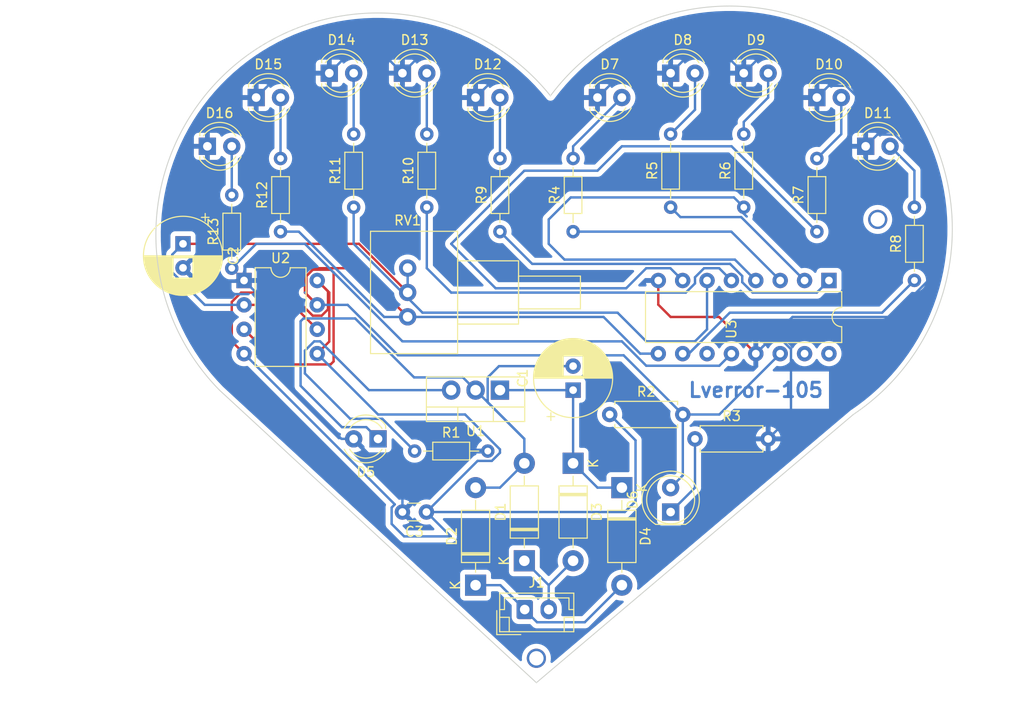
<source format=kicad_pcb>
(kicad_pcb (version 20211014) (generator pcbnew)
  (layers (0 "F.Cu" signal) (31 "B.Cu" signal) (34 "B.Paste" user) (35 "F.Paste" user) (36 "B.SilkS" user "B.Silkscreen") (37 "F.SilkS" user "F.Silkscreen") (38 "B.Mask" user) (39 "F.Mask" user) (44 "Edge.Cuts" user))
  (net 0 "")
  (net 1 "Net-(C1-Pad1)")
  (net 2 "Net-(C1-Pad2)")
  (net 3 "Net-(C2-Pad1)")
  (net 4 "GND1")
  (net 5 "Net-(C3-Pad1)")
  (net 6 "Net-(D1-Pad1)")
  (net 7 "Net-(D2-Pad1)")
  (net 8 "Net-(D6-Pad1)")
  (net 9 "Net-(D6-Pad2)")
  (net 10 "Net-(D7-Pad2)")
  (net 11 "Net-(D8-Pad2)")
  (net 12 "Net-(D9-Pad2)")
  (net 13 "Net-(D10-Pad2)")
  (net 14 "Net-(D11-Pad2)")
  (net 15 "Net-(D12-Pad2)")
  (net 16 "Net-(D13-Pad2)")
  (net 17 "Net-(D14-Pad2)")
  (net 18 "Net-(D15-Pad2)")
  (net 19 "Net-(D16-Pad2)")
  (net 20 "+12V")
  (net 21 "Net-(R4-Pad1)")
  (net 22 "Net-(R5-Pad1)")
  (net 23 "Net-(R6-Pad1)")
  (net 24 "Net-(R7-Pad1)")
  (net 25 "Net-(R8-Pad1)")
  (net 26 "Net-(R9-Pad1)")
  (net 27 "Net-(R10-Pad1)")
  (net 28 "Net-(R11-Pad1)")
  (net 29 "Net-(R12-Pad1)")
  (net 30 "Net-(R13-Pad1)")
  (footprint "Resistor_THT:R_Axial_DIN0204_L3.6mm_D1.6mm_P7.62mm_Horizontal" (layer "F.Cu") (at 128.285 100.3325 90)
    (fp_text reference "R11" (at 3.81 -1.92 90) (layer "F.SilkS"))
    (fp_text value "R_Small_US")
    (pad "1" thru_hole circle (at 0 0 90) (size 1.4 1.4) (drill 0.7) (layers *.Cu *.Mask) (net 28 "Net-(R11-Pad1)"))
    (pad "2" thru_hole oval (at 7.62 0 90) (size 1.4 1.4) (drill 0.7) (layers *.Cu *.Mask) (net 17 "Net-(D14-Pad2)"))
  )
  (footprint "Resistor_THT:R_Axial_DIN0204_L3.6mm_D1.6mm_P7.62mm_Horizontal" (layer "F.Cu") (at 176.545 102.8725 90)
    (fp_text reference "R7" (at 3.81 -1.92 90) (layer "F.SilkS"))
    (fp_text value "R_Small_US")
    (pad "1" thru_hole circle (at 0 0 90) (size 1.4 1.4) (drill 0.7) (layers *.Cu *.Mask) (net 24 "Net-(R7-Pad1)"))
    (pad "2" thru_hole oval (at 7.62 0 90) (size 1.4 1.4) (drill 0.7) (layers *.Cu *.Mask) (net 13 "Net-(D10-Pad2)"))
  )
  (footprint "Resistor_THT:R_Axial_DIN0204_L3.6mm_D1.6mm_P7.62mm_Horizontal" (layer "F.Cu") (at 143.525 102.8725 90)
    (fp_text reference "R9" (at 3.81 -1.92 90) (layer "F.SilkS"))
    (fp_text value "R_Small_US")
    (pad "1" thru_hole circle (at 0 0 90) (size 1.4 1.4) (drill 0.7) (layers *.Cu *.Mask) (net 26 "Net-(R9-Pad1)"))
    (pad "2" thru_hole oval (at 7.62 0 90) (size 1.4 1.4) (drill 0.7) (layers *.Cu *.Mask) (net 15 "Net-(D12-Pad2)"))
  )
  (footprint "LED_THT:LED_D4.0mm" (layer "F.Cu") (at 125.745 86.3625)
    (fp_text reference "D14" (at 1.27 -3.46) (layer "F.SilkS"))
    (fp_text value "LED")
    (pad "1" thru_hole rect (at 0 0) (size 1.8 1.8) (drill 0.9) (layers *.Cu *.Mask) (net 4 "GND1"))
    (pad "2" thru_hole circle (at 2.54 0) (size 1.8 1.8) (drill 0.9) (layers *.Cu *.Mask) (net 17 "Net-(D14-Pad2)"))
  )
  (footprint "LED_THT:LED_D4.0mm" (layer "F.Cu") (at 168.925 86.3625)
    (fp_text reference "D9" (at 1.27 -3.46) (layer "F.SilkS"))
    (fp_text value "LED")
    (pad "1" thru_hole rect (at 0 0) (size 1.8 1.8) (drill 0.9) (layers *.Cu *.Mask) (net 4 "GND1"))
    (pad "2" thru_hole circle (at 2.54 0) (size 1.8 1.8) (drill 0.9) (layers *.Cu *.Mask) (net 12 "Net-(D9-Pad2)"))
  )
  (footprint "Connector_JST:JST_EH_B2B-EH-A_1x02_P2.50mm_Vertical" (layer "F.Cu") (at 146.105 142.2425)
    (fp_text reference "J1" (at 1.25 -2.8) (layer "F.SilkS"))
    (fp_text value "Conn_01x02_Female")
    (pad "1" thru_hole roundrect (at 0 0) (size 1.7 2) (drill 1) (layers *.Cu *.Mask) (roundrect_rratio 0.1470588235) (net 7 "Net-(D2-Pad1)"))
    (pad "2" thru_hole oval (at 2.5 0) (size 1.7 2) (drill 1) (layers *.Cu *.Mask) (net 6 "Net-(D1-Pad1)"))
  )
  (footprint "Resistor_THT:R_Axial_DIN0204_L3.6mm_D1.6mm_P7.62mm_Horizontal" (layer "F.Cu") (at 115.585 106.6825 90)
    (fp_text reference "R13" (at 3.81 -1.92 90) (layer "F.SilkS"))
    (fp_text value "R_Small_US")
    (pad "1" thru_hole circle (at 0 0 90) (size 1.4 1.4) (drill 0.7) (layers *.Cu *.Mask) (net 30 "Net-(R13-Pad1)"))
    (pad "2" thru_hole oval (at 7.62 0 90) (size 1.4 1.4) (drill 0.7) (layers *.Cu *.Mask) (net 19 "Net-(D16-Pad2)"))
  )
  (footprint "Resistor_THT:R_Axial_DIN0204_L3.6mm_D1.6mm_P7.62mm_Horizontal" (layer "F.Cu") (at 161.305 100.3325 90)
    (fp_text reference "R5" (at 3.81 -1.92 90) (layer "F.SilkS"))
    (fp_text value "R_Small_US")
    (pad "1" thru_hole circle (at 0 0 90) (size 1.4 1.4) (drill 0.7) (layers *.Cu *.Mask) (net 22 "Net-(R5-Pad1)"))
    (pad "2" thru_hole oval (at 7.62 0 90) (size 1.4 1.4) (drill 0.7) (layers *.Cu *.Mask) (net 11 "Net-(D8-Pad2)"))
  )
  (footprint "Capacitor_THT:CP_Radial_D8.0mm_P2.50mm" (layer "F.Cu") (at 151.145 119.3825 90)
    (fp_text reference "C1" (at 1.25 -5.25 90) (layer "F.SilkS"))
    (fp_text value "C_Polarized_Small_US")
    (pad "1" thru_hole rect (at 0 0 90) (size 1.6 1.6) (drill 0.8) (layers *.Cu *.Mask) (net 1 "Net-(C1-Pad1)"))
    (pad "2" thru_hole circle (at 2.5 0 90) (size 1.6 1.6) (drill 0.8) (layers *.Cu *.Mask) (net 2 "Net-(C1-Pad2)"))
  )
  (footprint "Resistor_THT:R_Axial_DIN0204_L3.6mm_D1.6mm_P7.62mm_Horizontal" (layer "F.Cu") (at 134.635 125.7325)
    (fp_text reference "R1" (at 3.81 -1.92) (layer "F.SilkS"))
    (fp_text value "R_Small_US")
    (pad "1" thru_hole circle (at 0 0) (size 1.4 1.4) (drill 0.7) (layers *.Cu *.Mask) (net 20 "+12V"))
    (pad "2" thru_hole oval (at 7.62 0) (size 1.4 1.4) (drill 0.7) (layers *.Cu *.Mask) (net 4 "GND1"))
  )
  (footprint "Diode_THT:D_DO-41_SOD81_P10.16mm_Horizontal" (layer "F.Cu") (at 140.985 139.7025 90)
    (fp_text reference "D2" (at 5.08 -2.47 90) (layer "F.SilkS"))
    (fp_text value "1N4007")
    (fp_text user "K" (at 0 -2.1 90) (layer "F.SilkS"))
    (pad "1" thru_hole rect (at 0 0 90) (size 2.2 2.2) (drill 1.1) (layers *.Cu *.Mask) (net 7 "Net-(D2-Pad1)"))
    (pad "2" thru_hole oval (at 10.16 0 90) (size 2.2 2.2) (drill 1.1) (layers *.Cu *.Mask) (net 2 "Net-(C1-Pad2)"))
  )
  (footprint "Package_DIP:DIP-16_W7.62mm" (layer "F.Cu") (at 177.8 107.9625 -90)
    (fp_text reference "U3" (at 5.08 10.16 90) (layer "F.SilkS"))
    (fp_text value "4017")
    (pad "1" thru_hole rect (at 0 0 270) (size 1.6 1.6) (drill 0.8) (layers *.Cu *.Mask) (net 26 "Net-(R9-Pad1)"))
    (pad "2" thru_hole oval (at 0 2.54 270) (size 1.6 1.6) (drill 0.8) (layers *.Cu *.Mask) (net 22 "Net-(R5-Pad1)"))
    (pad "3" thru_hole oval (at 0 5.08 270) (size 1.6 1.6) (drill 0.8) (layers *.Cu *.Mask) (net 21 "Net-(R4-Pad1)"))
    (pad "4" thru_hole oval (at 0 7.62 270) (size 1.6 1.6) (drill 0.8) (layers *.Cu *.Mask) (net 23 "Net-(R6-Pad1)"))
    (pad "5" thru_hole oval (at 0 10.16 270) (size 1.6 1.6) (drill 0.8) (layers *.Cu *.Mask) (net 27 "Net-(R10-Pad1)"))
    (pad "6" thru_hole oval (at 0 12.7 270) (size 1.6 1.6) (drill 0.8) (layers *.Cu *.Mask) (net 28 "Net-(R11-Pad1)"))
    (pad "7" thru_hole oval (at 0 15.24 270) (size 1.6 1.6) (drill 0.8) (layers *.Cu *.Mask) (net 24 "Net-(R7-Pad1)"))
    (pad "8" thru_hole oval (at 0 17.78 270) (size 1.6 1.6) (drill 0.8) (layers *.Cu *.Mask) (net 4 "GND1"))
    (pad "9" thru_hole oval (at 7.62 17.78 270) (size 1.6 1.6) (drill 0.8) (layers *.Cu *.Mask) (net 29 "Net-(R12-Pad1)"))
    (pad "10" thru_hole oval (at 7.62 15.24 270) (size 1.6 1.6) (drill 0.8) (layers *.Cu *.Mask) (net 25 "Net-(R8-Pad1)"))
    (pad "11" thru_hole oval (at 7.62 12.7 270) (size 1.6 1.6) (drill 0.8) (layers *.Cu *.Mask))
    (pad "12" thru_hole oval (at 7.62 10.16 270) (size 1.6 1.6) (drill 0.8) (layers *.Cu *.Mask) (net 30 "Net-(R13-Pad1)"))
    (pad "13" thru_hole oval (at 7.62 7.62 270) (size 1.6 1.6) (drill 0.8) (layers *.Cu *.Mask) (net 4 "GND1"))
    (pad "14" thru_hole oval (at 7.62 5.08 270) (size 1.6 1.6) (drill 0.8) (layers *.Cu *.Mask) (net 9 "Net-(D6-Pad2)"))
    (pad "15" thru_hole oval (at 7.62 2.54 270) (size 1.6 1.6) (drill 0.8) (layers *.Cu *.Mask))
    (pad "16" thru_hole oval (at 7.62 0 270) (size 1.6 1.6) (drill 0.8) (layers *.Cu *.Mask))
  )
  (footprint "LED_THT:LED_D4.0mm" (layer "F.Cu") (at 113.045 93.9825)
    (fp_text reference "D16" (at 1.27 -3.46) (layer "F.SilkS"))
    (fp_text value "LED")
    (pad "1" thru_hole rect (at 0 0) (size 1.8 1.8) (drill 0.9) (layers *.Cu *.Mask) (net 4 "GND1"))
    (pad "2" thru_hole circle (at 2.54 0) (size 1.8 1.8) (drill 0.9) (layers *.Cu *.Mask) (net 19 "Net-(D16-Pad2)"))
  )
  (footprint "LED_THT:LED_D4.0mm" (layer "F.Cu") (at 118.125 88.9025)
    (fp_text reference "D15" (at 1.27 -3.46) (layer "F.SilkS"))
    (fp_text value "LED")
    (pad "1" thru_hole rect (at 0 0) (size 1.8 1.8) (drill 0.9) (layers *.Cu *.Mask) (net 4 "GND1"))
    (pad "2" thru_hole circle (at 2.54 0) (size 1.8 1.8) (drill 0.9) (layers *.Cu *.Mask) (net 18 "Net-(D15-Pad2)"))
  )
  (footprint "Resistor_THT:R_Axial_DIN0204_L3.6mm_D1.6mm_P7.62mm_Horizontal" (layer "F.Cu") (at 135.905 100.3325 90)
    (fp_text reference "R10" (at 3.81 -1.92 90) (layer "F.SilkS"))
    (fp_text value "R_Small_US")
    (pad "1" thru_hole circle (at 0 0 90) (size 1.4 1.4) (drill 0.7) (layers *.Cu *.Mask) (net 27 "Net-(R10-Pad1)"))
    (pad "2" thru_hole oval (at 7.62 0 90) (size 1.4 1.4) (drill 0.7) (layers *.Cu *.Mask) (net 16 "Net-(D13-Pad2)"))
  )
  (footprint "LED_THT:LED_D4.0mm" (layer "F.Cu") (at 161.305 86.3625)
    (fp_text reference "D8" (at 1.27 -3.46) (layer "F.SilkS"))
    (fp_text value "LED")
    (pad "1" thru_hole rect (at 0 0) (size 1.8 1.8) (drill 0.9) (layers *.Cu *.Mask) (net 4 "GND1"))
    (pad "2" thru_hole circle (at 2.54 0) (size 1.8 1.8) (drill 0.9) (layers *.Cu *.Mask) (net 11 "Net-(D8-Pad2)"))
  )
  (footprint "Potentiometer_THT:Potentiometer_Vishay_148-149_Single_Horizontal" (layer "F.Cu") (at 133.91 111.7475)
    (fp_text reference "RV1" (at 0 -10.04) (layer "F.SilkS"))
    (fp_text value "R_Potentiometer")
    (pad "1" thru_hole circle (at 0 0) (size 1.8 1.8) (drill 1) (layers *.Cu *.Mask) (net 9 "Net-(D6-Pad2)"))
    (pad "2" thru_hole circle (at 0 -2.54) (size 1.8 1.8) (drill 1) (layers *.Cu *.Mask) (net 3 "Net-(C2-Pad1)"))
    (pad "3" thru_hole circle (at 0 -5.08) (size 1.8 1.8) (drill 1) (layers *.Cu *.Mask) (net 3 "Net-(C2-Pad1)"))
  )
  (footprint "LED_THT:LED_D4.0mm" (layer "F.Cu") (at 181.625 93.9825)
    (fp_text reference "D11" (at 1.27 -3.46) (layer "F.SilkS"))
    (fp_text value "LED")
    (pad "1" thru_hole rect (at 0 0) (size 1.8 1.8) (drill 0.9) (layers *.Cu *.Mask) (net 4 "GND1"))
    (pad "2" thru_hole circle (at 2.54 0) (size 1.8 1.8) (drill 0.9) (layers *.Cu *.Mask) (net 14 "Net-(D11-Pad2)"))
  )
  (footprint "LED_THT:LED_D4.0mm" (layer "F.Cu") (at 153.685 88.9025)
    (fp_text reference "D7" (at 1.27 -3.46) (layer "F.SilkS"))
    (fp_text value "LED")
    (pad "1" thru_hole rect (at 0 0) (size 1.8 1.8) (drill 0.9) (layers *.Cu *.Mask) (net 4 "GND1"))
    (pad "2" thru_hole circle (at 2.54 0) (size 1.8 1.8) (drill 0.9) (layers *.Cu *.Mask) (net 10 "Net-(D7-Pad2)"))
  )
  (footprint "Capacitor_THT:C_Disc_D3.0mm_W1.6mm_P2.50mm" (layer "F.Cu") (at 135.865 132.0825 180)
    (fp_text reference "C3" (at 1.25 -2.05) (layer "F.SilkS"))
    (fp_text value "C")
    (pad "1" thru_hole circle (at 0 0 180) (size 1.6 1.6) (drill 0.8) (layers *.Cu *.Mask) (net 5 "Net-(C3-Pad1)"))
    (pad "2" thru_hole circle (at 2.5 0 180) (size 1.6 1.6) (drill 0.8) (layers *.Cu *.Mask) (net 4 "GND1"))
  )
  (footprint "Package_DIP:DIP-8_W7.62mm" (layer "F.Cu") (at 116.865 107.9625)
    (fp_text reference "U2" (at 3.81 -2.33) (layer "F.SilkS"))
    (fp_text value "NE555P")
    (pad "1" thru_hole rect (at 0 0) (size 1.6 1.6) (drill 0.8) (layers *.Cu *.Mask) (net 4 "GND1"))
    (pad "2" thru_hole oval (at 0 2.54) (size 1.6 1.6) (drill 0.8) (layers *.Cu *.Mask) (net 3 "Net-(C2-Pad1)"))
    (pad "3" thru_hole oval (at 0 5.08) (size 1.6 1.6) (drill 0.8) (layers *.Cu *.Mask) (net 9 "Net-(D6-Pad2)"))
    (pad "4" thru_hole oval (at 0 7.62) (size 1.6 1.6) (drill 0.8) (layers *.Cu *.Mask) (net 5 "Net-(C3-Pad1)"))
    (pad "5" thru_hole oval (at 7.62 7.62) (size 1.6 1.6) (drill 0.8) (layers *.Cu *.Mask) (net 5 "Net-(C3-Pad1)"))
    (pad "6" thru_hole oval (at 7.62 5.08) (size 1.6 1.6) (drill 0.8) (layers *.Cu *.Mask) (net 3 "Net-(C2-Pad1)"))
    (pad "7" thru_hole oval (at 7.62 2.54) (size 1.6 1.6) (drill 0.8) (layers *.Cu *.Mask) (net 9 "Net-(D6-Pad2)"))
    (pad "8" thru_hole oval (at 7.62 0) (size 1.6 1.6) (drill 0.8) (layers *.Cu *.Mask) (net 5 "Net-(C3-Pad1)"))
  )
  (footprint "Diode_THT:D_DO-41_SOD81_P10.16mm_Horizontal" (layer "F.Cu") (at 156.225 129.5425 -90)
    (fp_text reference "D4" (at 5.08 -2.47 90) (layer "F.SilkS"))
    (fp_text value "1N4007")
    (fp_text user "K" (at 0 -2.1 90) (layer "F.SilkS"))
    (pad "1" thru_hole rect (at 0 0 270) (size 2.2 2.2) (drill 1.1) (layers *.Cu *.Mask) (net 1 "Net-(C1-Pad1)"))
    (pad "2" thru_hole oval (at 10.16 0 270) (size 2.2 2.2) (drill 1.1) (layers *.Cu *.Mask) (net 7 "Net-(D2-Pad1)"))
  )
  (footprint "Package_TO_SOT_THT:TO-220-3_Vertical" (layer "F.Cu") (at 143.525 119.3825 180)
    (fp_text reference "U1" (at 2.54 -4.27) (layer "F.SilkS"))
    (fp_text value "LM7812_TO220")
    (pad "1" thru_hole rect (at 0 0 180) (size 1.905 2) (drill 1.1) (layers *.Cu *.Mask) (net 1 "Net-(C1-Pad1)"))
    (pad "2" thru_hole oval (at 2.54 0 180) (size 1.905 2) (drill 1.1) (layers *.Cu *.Mask) (net 2 "Net-(C1-Pad2)"))
    (pad "3" thru_hole oval (at 5.08 0 180) (size 1.905 2) (drill 1.1) (layers *.Cu *.Mask) (net 20 "+12V"))
  )
  (footprint "Resistor_THT:R_Axial_DIN0207_L6.3mm_D2.5mm_P7.62mm_Horizontal" (layer "F.Cu") (at 154.955 121.9225)
    (fp_text reference "R2" (at 3.81 -2.37) (layer "F.SilkS"))
    (fp_text value "R_Small_US")
    (pad "1" thru_hole circle (at 0 0) (size 1.6 1.6) (drill 0.8) (layers *.Cu *.Mask) (net 5 "Net-(C3-Pad1)"))
    (pad "2" thru_hole oval (at 7.62 0) (size 1.6 1.6) (drill 0.8) (layers *.Cu *.Mask) (net 9 "Net-(D6-Pad2)"))
  )
  (footprint "Capacitor_THT:CP_Radial_D8.0mm_P2.50mm" (layer "F.Cu") (at 110.505 104.1425 -90)
    (fp_text reference "C2" (at 1.25 -5.25 90) (layer "F.SilkS"))
    (fp_text value "C_Polarized_Small_US")
    (pad "1" thru_hole rect (at 0 0 270) (size 1.6 1.6) (drill 0.8) (layers *.Cu *.Mask) (net 3 "Net-(C2-Pad1)"))
    (pad "2" thru_hole circle (at 2.5 0 270) (size 1.6 1.6) (drill 0.8) (layers *.Cu *.Mask) (net 4 "GND1"))
  )
  (footprint "Diode_THT:D_DO-41_SOD81_P10.16mm_Horizontal" (layer "F.Cu") (at 151.145 127.0025 -90)
    (fp_text reference "D3" (at 5.08 -2.47 90) (layer "F.SilkS"))
    (fp_text value "1N4007")
    (fp_text user "K" (at 0 -2.1 90) (layer "F.SilkS"))
    (pad "1" thru_hole rect (at 0 0 270) (size 2.2 2.2) (drill 1.1) (layers *.Cu *.Mask) (net 1 "Net-(C1-Pad1)"))
    (pad "2" thru_hole oval (at 10.16 0 270) (size 2.2 2.2) (drill 1.1) (layers *.Cu *.Mask) (net 6 "Net-(D1-Pad1)"))
  )
  (footprint "LED_THT:LED_D4.0mm" (layer "F.Cu") (at 140.985 88.9025)
    (fp_text reference "D12" (at 1.27 -3.46) (layer "F.SilkS"))
    (fp_text value "LED")
    (pad "1" thru_hole rect (at 0 0) (size 1.8 1.8) (drill 0.9) (layers *.Cu *.Mask) (net 4 "GND1"))
    (pad "2" thru_hole circle (at 2.54 0) (size 1.8 1.8) (drill 0.9) (layers *.Cu *.Mask) (net 15 "Net-(D12-Pad2)"))
  )
  (footprint "Resistor_THT:R_Axial_DIN0207_L6.3mm_D2.5mm_P7.62mm_Horizontal" (layer "F.Cu") (at 163.845 124.4625)
    (fp_text reference "R3" (at 3.81 -2.37) (layer "F.SilkS"))
    (fp_text value "R_Small_US")
    (pad "1" thru_hole circle (at 0 0) (size 1.6 1.6) (drill 0.8) (layers *.Cu *.Mask) (net 8 "Net-(D6-Pad1)"))
    (pad "2" thru_hole oval (at 7.62 0) (size 1.6 1.6) (drill 0.8) (layers *.Cu *.Mask) (net 4 "GND1"))
  )
  (footprint "Resistor_THT:R_Axial_DIN0204_L3.6mm_D1.6mm_P7.62mm_Horizontal" (layer "F.Cu") (at 151.145 102.8725 90)
    (fp_text reference "R4" (at 3.81 -1.92 90) (layer "F.SilkS"))
    (fp_text value "R_Small_US")
    (pad "1" thru_hole circle (at 0 0 90) (size 1.4 1.4) (drill 0.7) (layers *.Cu *.Mask) (net 21 "Net-(R4-Pad1)"))
    (pad "2" thru_hole oval (at 7.62 0 90) (size 1.4 1.4) (drill 0.7) (layers *.Cu *.Mask) (net 10 "Net-(D7-Pad2)"))
  )
  (footprint "Resistor_THT:R_Axial_DIN0204_L3.6mm_D1.6mm_P7.62mm_Horizontal" (layer "F.Cu") (at 120.665 102.8725 90)
    (fp_text reference "R12" (at 3.81 -1.92 90) (layer "F.SilkS"))
    (fp_text value "R_Small_US")
    (pad "1" thru_hole circle (at 0 0 90) (size 1.4 1.4) (drill 0.7) (layers *.Cu *.Mask) (net 29 "Net-(R12-Pad1)"))
    (pad "2" thru_hole oval (at 7.62 0 90) (size 1.4 1.4) (drill 0.7) (layers *.Cu *.Mask) (net 18 "Net-(D15-Pad2)"))
  )
  (footprint "Resistor_THT:R_Axial_DIN0204_L3.6mm_D1.6mm_P7.62mm_Horizontal" (layer "F.Cu") (at 168.925 100.3325 90)
    (fp_text reference "R6" (at 3.81 -1.92 90) (layer "F.SilkS"))
    (fp_text value "R_Small_US")
    (pad "1" thru_hole circle (at 0 0 90) (size 1.4 1.4) (drill 0.7) (layers *.Cu *.Mask) (net 23 "Net-(R6-Pad1)"))
    (pad "2" thru_hole oval (at 7.62 0 90) (size 1.4 1.4) (drill 0.7) (layers *.Cu *.Mask) (net 12 "Net-(D9-Pad2)"))
  )
  (footprint "Resistor_THT:R_Axial_DIN0204_L3.6mm_D1.6mm_P7.62mm_Horizontal" (layer "F.Cu") (at 186.705 107.9525 90)
    (fp_text reference "R8" (at 3.81 -1.92 90) (layer "F.SilkS"))
    (fp_text value "R_Small_US")
    (pad "1" thru_hole circle (at 0 0 90) (size 1.4 1.4) (drill 0.7) (layers *.Cu *.Mask) (net 25 "Net-(R8-Pad1)"))
    (pad "2" thru_hole oval (at 7.62 0 90) (size 1.4 1.4) (drill 0.7) (layers *.Cu *.Mask) (net 14 "Net-(D11-Pad2)"))
  )
  (footprint "Diode_THT:D_DO-41_SOD81_P10.16mm_Horizontal" (layer "F.Cu") (at 146.065 137.1625 90)
    (fp_text reference "D1" (at 5.08 -2.47 90) (layer "F.SilkS"))
    (fp_text value "1N4007")
    (fp_text user "K" (at 0 -2.1 90) (layer "F.SilkS"))
    (pad "1" thru_hole rect (at 0 0 90) (size 2.2 2.2) (drill 1.1) (layers *.Cu *.Mask) (net 6 "Net-(D1-Pad1)"))
    (pad "2" thru_hole oval (at 10.16 0 90) (size 2.2 2.2) (drill 1.1) (layers *.Cu *.Mask) (net 2 "Net-(C1-Pad2)"))
  )
  (footprint "LED_THT:LED_D4.0mm" (layer "F.Cu") (at 130.825 124.4625 180)
    (fp_text reference "D5" (at 1.27 -3.46) (layer "F.SilkS"))
    (fp_text value "LED")
    (pad "1" thru_hole rect (at 0 0 180) (size 1.8 1.8) (drill 0.9) (layers *.Cu *.Mask) (net 2 "Net-(C1-Pad2)"))
    (pad "2" thru_hole circle (at 2.54 0 180) (size 1.8 1.8) (drill 0.9) (layers *.Cu *.Mask) (net 4 "GND1"))
  )
  (footprint "LED_THT:LED_D4.0mm" (layer "F.Cu") (at 176.545 88.9025)
    (fp_text reference "D10" (at 1.27 -3.46) (layer "F.SilkS"))
    (fp_text value "LED")
    (pad "1" thru_hole rect (at 0 0) (size 1.8 1.8) (drill 0.9) (layers *.Cu *.Mask) (net 4 "GND1"))
    (pad "2" thru_hole circle (at 2.54 0) (size 1.8 1.8) (drill 0.9) (layers *.Cu *.Mask) (net 13 "Net-(D10-Pad2)"))
  )
  (footprint "LED_THT:LED_D4.0mm" (layer "F.Cu") (at 133.365 86.3625)
    (fp_text reference "D13" (at 1.27 -3.46) (layer "F.SilkS"))
    (fp_text value "LED")
    (pad "1" thru_hole rect (at 0 0) (size 1.8 1.8) (drill 0.9) (layers *.Cu *.Mask) (net 4 "GND1"))
    (pad "2" thru_hole circle (at 2.54 0) (size 1.8 1.8) (drill 0.9) (layers *.Cu *.Mask) (net 16 "Net-(D13-Pad2)"))
  )
  (footprint "LED_THT:LED_D5.0mm" (layer "F.Cu") (at 161.305 132.0825 90)
    (fp_text reference "D6" (at 1.27 -3.96 90) (layer "F.SilkS"))
    (fp_text value "LED")
    (pad "1" thru_hole rect (at 0 0 90) (size 1.8 1.8) (drill 0.9) (layers *.Cu *.Mask) (net 8 "Net-(D6-Pad1)"))
    (pad "2" thru_hole circle (at 2.54 0 90) (size 1.8 1.8) (drill 0.9) (layers *.Cu *.Mask) (net 9 "Net-(D6-Pad2)"))
  )
  (gr_arc (start 148.785512 88.721988) (mid 184.258042 86.600798) (end 180.34 121.92) (layer "Edge.Cuts") (width 0.1))
  (gr_arc (start 114.3 119.38) (mid 115.432137 85.929045) (end 148.785512 88.721988) (layer "Edge.Cuts") (width 0.1))
  (gr_line (start 147.32 149.8625) (end 180.34 121.92) (layer "Edge.Cuts") (width 0.1))
  (gr_line (start 114.3 119.38) (end 147.32 149.8625) (layer "Edge.Cuts") (width 0.1))
  (gr_text "Lverror-105\n" (at 170.18 119.38) (layer "B.Cu") (effects (font (size 1.5 1.5) (thickness 0.3))))
  (via (at 147.32 147.32) (size 2) (drill 1.5) (layers "F.Cu" "B.Cu") (net 0))
  (via (at 182.88 101.6) (size 2) (drill 1.5) (layers "F.Cu" "B.Cu") (net 0))
  (segment (start 151.145 119.3825) (end 143.525 119.3825) (width 0.25) (layer "B.Cu") (net 1))
  (segment (start 153.685 129.5425) (end 151.145 127.0025) (width 0.25) (layer "B.Cu") (net 1))
  (segment (start 151.145 127.0025) (end 151.145 119.3825) (width 0.25) (layer "B.Cu") (net 1))
  (segment (start 156.225 129.5425) (end 153.685 129.5425) (width 0.25) (layer "B.Cu") (net 1))
  (segment (start 151.145 116.8825) (end 143.423478 116.8825) (width 0.25) (layer "B.Cu") (net 2))
  (segment (start 128.440489 111.917989) (end 134.58048 118.05798) (width 0.25) (layer "B.Cu") (net 2))
  (segment (start 143.525 129.5425) (end 146.065 127.0025) (width 0.25) (layer "B.Cu") (net 2))
  (segment (start 143.423478 116.8825) (end 142.247989 118.057989) (width 0.25) (layer "B.Cu") (net 2))
  (segment (start 142.247989 120.645489) (end 146.065 124.4625) (width 0.25) (layer "B.Cu") (net 2))
  (segment (start 129.600489 123.237989) (end 127.060489 123.237989) (width 0.25) (layer "B.Cu") (net 2))
  (segment (start 134.58048 118.05798) (end 139.66048 118.05798) (width 0.25) (layer "B.Cu") (net 2))
  (segment (start 139.66048 118.05798) (end 140.985 119.3825) (width 0.25) (layer "B.Cu") (net 2))
  (segment (start 146.065 124.4625) (end 140.985 119.3825) (width 0.25) (layer "B.Cu") (net 2))
  (segment (start 130.825 124.4625) (end 129.600489 123.237989) (width 0.25) (layer "B.Cu") (net 2))
  (segment (start 142.247989 118.057989) (end 142.247989 120.645489) (width 0.25) (layer "B.Cu") (net 2))
  (segment (start 140.985 129.5425) (end 143.525 129.5425) (width 0.25) (layer "B.Cu") (net 2))
  (segment (start 123.049511 111.917989) (end 128.440489 111.917989) (width 0.25) (layer "B.Cu") (net 2))
  (segment (start 146.065 127.0025) (end 146.065 124.4625) (width 0.25) (layer "B.Cu") (net 2))
  (segment (start 122.75548 112.21202) (end 123.049511 111.917989) (width 0.25) (layer "B.Cu") (net 2))
  (segment (start 122.75548 118.93298) (end 122.75548 112.21202) (width 0.25) (layer "B.Cu") (net 2))
  (segment (start 127.060489 123.237989) (end 122.75548 118.93298) (width 0.25) (layer "B.Cu") (net 2))
  (segment (start 133.91 109.2075) (end 128.845 104.1425) (width 0.25) (layer "F.Cu") (net 3))
  (segment (start 128.845 104.1425) (end 110.505 104.1425) (width 0.25) (layer "F.Cu") (net 3))
  (segment (start 121.945 110.5025) (end 124.485 113.0425) (width 0.25) (layer "F.Cu") (net 3))
  (segment (start 116.865 110.5025) (end 121.945 110.5025) (width 0.25) (layer "F.Cu") (net 3))
  (segment (start 109.380489 105.267011) (end 109.380489 107.108289) (width 0.25) (layer "B.Cu") (net 3))
  (segment (start 133.91 106.6675) (end 133.91 109.131782) (width 0.25) (layer "B.Cu") (net 3))
  (segment (start 110.505 104.1425) (end 109.380489 105.267011) (width 0.25) (layer "B.Cu") (net 3))
  (segment (start 133.91 109.131782) (end 133.947859 109.169641) (width 0.25) (layer "B.Cu") (net 3))
  (segment (start 109.380489 107.108289) (end 112.7747 110.5025) (width 0.25) (layer "B.Cu") (net 3))
  (segment (start 112.7747 110.5025) (end 116.865 110.5025) (width 0.25) (layer "B.Cu") (net 3))
  (segment (start 161.305 111.7625) (end 166.36 111.7625) (width 0.25) (layer "F.Cu") (net 4))
  (segment (start 160.02 110.4775) (end 161.305 111.7625) (width 0.25) (layer "F.Cu") (net 4))
  (segment (start 160.02 107.9625) (end 160.02 110.4775) (width 0.25) (layer "F.Cu") (net 4))
  (segment (start 166.36 111.7625) (end 170.18 115.5825) (width 0.25) (layer "F.Cu") (net 4))
  (segment (start 182.849511 92.757989) (end 181.625 93.9825) (width 0.25) (layer "B.Cu") (net 4))
  (segment (start 130.825 83.8225) (end 133.365 86.3625) (width 0.25) (layer "B.Cu") (net 4))
  (segment (start 133.365 86.3625) (end 135.905 83.8225) (width 0.25) (layer "B.Cu") (net 4))
  (segment (start 110.505 106.6425) (end 111.825 107.9625) (width 0.25) (layer "B.Cu") (net 4))
  (segment (start 113.045 104.1025) (end 110.505 106.6425) (width 0.25) (layer "B.Cu") (net 4))
  (segment (start 189.245 97.330779) (end 184.67221 92.757989) (width 0.25) (layer "B.Cu") (net 4))
  (segment (start 118.125 88.9025) (end 120.665 86.3625) (width 0.25) (layer "B.Cu") (net 4))
  (segment (start 184.67221 92.757989) (end 182.849511 92.757989) (width 0.25) (layer "B.Cu") (net 4))
  (segment (start 171.46 114.3025) (end 170.18 115.5825) (width 0.25) (layer "B.Cu") (net 4))
  (segment (start 125.745 86.3625) (end 128.285 83.8225) (width 0.25) (layer "B.Cu") (net 4))
  (segment (start 168.925 86.3625) (end 171.465 83.8225) (width 0.25) (layer "B.Cu") (net 4))
  (segment (start 142.255 125.7325) (end 139.715 125.7325) (width 0.25) (layer "B.Cu") (net 4))
  (segment (start 148.605 91.4425) (end 146.065 91.4425) (width 0.25) (layer "B.Cu") (net 4))
  (segment (start 128.285 124.4625) (end 127.012208 124.4625) (width 0.25) (layer "B.Cu") (net 4))
  (segment (start 176.545 86.3625) (end 176.545 88.9025) (width 0.25) (layer "B.Cu") (net 4))
  (segment (start 133.365 132.0825) (end 133.365 129.5425) (width 0.25) (layer "B.Cu") (net 4))
  (segment (start 146.065 88.9025) (end 143.525 86.3625) (width 0.25) (layer "B.Cu") (net 4))
  (segment (start 113.045 91.4425) (end 115.585 88.9025) (width 0.25) (layer "B.Cu") (net 4))
  (segment (start 120.665 86.3625) (end 125.745 86.3625) (width 0.25) (layer "B.Cu") (net 4))
  (segment (start 110.505 106.6425) (end 113.240489 109.377989) (width 0.25) (layer "B.Cu") (net 4))
  (segment (start 161.305 86.3625) (end 163.845 83.8225) (width 0.25) (layer "B.Cu") (net 4))
  (segment (start 118.125 115.575292) (end 118.125 109.2225) (width 0.25) (layer "B.Cu") (net 4))
  (segment (start 171.465 124.4625) (end 173.844511 122.082989) (width 0.25) (layer "B.Cu") (net 4))
  (segment (start 173.0303 114.3025) (end 171.46 114.3025) (width 0.25) (layer "B.Cu") (net 4))
  (segment (start 135.905 83.8225) (end 138.445 83.8225) (width 0.25) (layer "B.Cu") (net 4))
  (segment (start 181.625 89.710779) (end 179.59221 87.677989) (width 0.25) (layer "B.Cu") (net 4))
  (segment (start 156.225 86.3625) (end 161.305 86.3625) (width 0.25) (layer "B.Cu") (net 4))
  (segment (start 118.125 109.2225) (end 116.865 107.9625) (width 0.25) (layer "B.Cu") (net 4))
  (segment (start 173.844511 122.082989) (end 173.844511 115.116711) (width 0.25) (layer "B.Cu") (net 4))
  (segment (start 113.240489 109.377989) (end 117.330789 109.377989) (width 0.25) (layer "B.Cu") (net 4))
  (segment (start 127.012208 124.4625) (end 118.125 115.575292) (width 0.25) (layer "B.Cu") (net 4))
  (segment (start 177.769511 87.677989) (end 176.545 88.9025) (width 0.25) (layer "B.Cu") (net 4))
  (segment (start 184.343878 111.7625) (end 189.245 106.861378) (width 0.25) (layer "B.Cu") (net 4))
  (segment (start 179.59221 87.677989) (end 177.769511 87.677989) (width 0.25) (layer "B.Cu") (net 4))
  (segment (start 163.845 83.8225) (end 166.385 83.8225) (width 0.25) (layer "B.Cu") (net 4))
  (segment (start 153.685 88.9025) (end 151.145 88.9025) (width 0.25) (layer "B.Cu") (net 4))
  (segment (start 138.445 83.8225) (end 140.985 86.3625) (width 0.25) (layer "B.Cu") (net 4))
  (segment (start 174.005 83.8225) (end 176.545 86.3625) (width 0.25) (layer "B.Cu") (net 4))
  (segment (start 174 111.7625) (end 184.343878 111.7625) (width 0.25) (layer "B.Cu") (net 4))
  (segment (start 181.625 93.9825) (end 181.625 89.710779) (width 0.25) (layer "B.Cu") (net 4))
  (segment (start 170.18 115.5825) (end 174 111.7625) (width 0.25) (layer "B.Cu") (net 4))
  (segment (start 143.525 86.3625) (end 140.985 88.9025) (width 0.25) (layer "B.Cu") (net 4))
  (segment (start 115.585 88.9025) (end 118.125 88.9025) (width 0.25) (layer "B.Cu") (net 4))
  (segment (start 128.285 83.8225) (end 130.825 83.8225) (width 0.25) (layer "B.Cu") (net 4))
  (segment (start 139.715 125.7325) (end 133.365 132.0825) (width 0.25) (layer "B.Cu") (net 4))
  (segment (start 171.465 83.8225) (end 174.005 83.8225) (width 0.25) (layer "B.Cu") (net 4))
  (segment (start 113.045 93.9825) (end 113.045 104.1025) (width 0.25) (layer "B.Cu") (net 4))
  (segment (start 113.045 93.9825) (end 113.045 91.4425) (width 0.25) (layer "B.Cu") (net 4))
  (segment (start 111.825 107.9625) (end 116.865 107.9625) (width 0.25) (layer "B.Cu") (net 4))
  (segment (start 173.844511 115.116711) (end 173.0303 114.3025) (width 0.25) (layer "B.Cu") (net 4))
  (segment (start 153.685 88.9025) (end 156.225 86.3625) (width 0.25) (layer "B.Cu") (net 4))
  (segment (start 189.245 106.861378) (end 189.245 97.330779) (width 0.25) (layer "B.Cu") (net 4))
  (segment (start 166.385 83.8225) (end 168.925 86.3625) (width 0.25) (layer "B.Cu") (net 4))
  (segment (start 146.065 91.4425) (end 146.065 88.9025) (width 0.25) (layer "B.Cu") (net 4))
  (segment (start 133.365 129.5425) (end 128.285 124.4625) (width 0.25) (layer "B.Cu") (net 4))
  (segment (start 151.145 88.9025) (end 148.605 91.4425) (width 0.25) (layer "B.Cu") (net 4))
  (segment (start 140.985 86.3625) (end 140.985 88.9025) (width 0.25) (layer "B.Cu") (net 4))
  (segment (start 115.585 110.1922) (end 115.585 114.3025) (width 0.25) (layer "F.Cu") (net 5))
  (segment (start 124.485 107.9625) (end 125.609511 109.087011) (width 0.25) (layer "F.Cu") (net 5))
  (segment (start 121.6147 109.2225) (end 116.5547 109.2225) (width 0.25) (layer "F.Cu") (net 5))
  (segment (start 125.745 109.2225) (end 125.745 114.3225) (width 0.25) (layer "F.Cu") (net 5))
  (segment (start 124.950789 111.627011) (end 124.019211 111.627011) (width 0.25) (layer "F.Cu") (net 5))
  (segment (start 125.609511 109.087011) (end 125.609511 110.968289) (width 0.25) (layer "F.Cu") (net 5))
  (segment (start 125.745 114.3225) (end 124.485 115.5825) (width 0.25) (layer "F.Cu") (net 5))
  (segment (start 115.585 114.3025) (end 116.865 115.5825) (width 0.25) (layer "F.Cu") (net 5))
  (segment (start 124.485 107.9625) (end 125.745 109.2225) (width 0.25) (layer "F.Cu") (net 5))
  (segment (start 124.019211 111.627011) (end 121.6147 109.2225) (width 0.25) (layer "F.Cu") (net 5))
  (segment (start 116.5547 109.2225) (end 115.585 110.1922) (width 0.25) (layer "F.Cu") (net 5))
  (segment (start 125.609511 110.968289) (end 124.950789 111.627011) (width 0.25) (layer "F.Cu") (net 5))
  (segment (start 141.190489 126.757011) (end 135.865 132.0825) (width 0.25) (layer "B.Cu") (net 5))
  (segment (start 132.240489 133.321185) (end 133.541804 134.6225) (width 0.25) (layer "B.Cu") (net 5))
  (segment (start 132.56985 131.28735) (end 132.240489 131.616711) (width 0.25) (layer "B.Cu") (net 5))
  (segment (start 143.525 125.553622) (end 143.525 125.911378) (width 0.25) (layer "B.Cu") (net 5))
  (segment (start 156.534022 132.0825) (end 157.649511 130.967011) (width 0.25) (layer "B.Cu") (net 5))
  (segment (start 116.865 115.5825) (end 132.56985 131.28735) (width 0.25) (layer "B.Cu") (net 5))
  (segment (start 133.541804 134.6225) (end 138.405 134.6225) (width 0.25) (layer "B.Cu") (net 5))
  (segment (start 157.649511 130.967011) (end 157.649511 124.617011) (width 0.25) (layer "B.Cu") (net 5))
  (segment (start 123.225 109.2225) (end 123.205 109.2225) (width 0.25) (layer "B.Cu") (net 5))
  (segment (start 157.649511 124.617011) (end 154.955 121.9225) (width 0.25) (layer "B.Cu") (net 5))
  (segment (start 139.893878 121.9225) (end 143.525 125.553622) (width 0.25) (layer "B.Cu") (net 5))
  (segment (start 143.525 125.911378) (end 142.679367 126.757011) (width 0.25) (layer "B.Cu") (net 5))
  (segment (start 124.485 115.5825) (end 130.825 121.9225) (width 0.25) (layer "B.Cu") (net 5))
  (segment (start 135.865 132.0825) (end 156.534022 132.0825) (width 0.25) (layer "B.Cu") (net 5))
  (segment (start 132.240489 131.616711) (end 132.240489 133.321185) (width 0.25) (layer "B.Cu") (net 5))
  (segment (start 138.405 134.6225) (end 135.865 132.0825) (width 0.25) (layer "B.Cu") (net 5))
  (segment (start 142.679367 126.757011) (end 141.190489 126.757011) (width 0.25) (layer "B.Cu") (net 5))
  (segment (start 130.825 121.9225) (end 139.893878 121.9225) (width 0.25) (layer "B.Cu") (net 5))
  (segment (start 146.065 137.1625) (end 148.605 139.7025) (width 0.25) (layer "B.Cu") (net 6))
  (segment (start 148.605 142.2425) (end 148.605 139.7025) (width 0.25) (layer "B.Cu") (net 6))
  (segment (start 148.605 139.7025) (end 151.145 137.1625) (width 0.25) (layer "B.Cu") (net 6))
  (segment (start 147.38952 143.56702) (end 146.065 142.2425) (width 0.25) (layer "B.Cu") (net 7))
  (segment (start 143.565 139.7025) (end 146.105 142.2425) (width 0.25) (layer "B.Cu") (net 7))
  (segment (start 140.985 139.7025) (end 143.565 139.7025) (width 0.25) (layer "B.Cu") (net 7))
  (segment (start 156.225 139.7025) (end 152.36048 143.56702) (width 0.25) (layer "B.Cu") (net 7))
  (segment (start 152.36048 143.56702) (end 147.38952 143.56702) (width 0.25) (layer "B.Cu") (net 7))
  (segment (start 163.845 129.5425) (end 163.845 124.4625) (width 0.25) (layer "B.Cu") (net 8))
  (segment (start 161.305 132.0825) (end 163.845 129.5425) (width 0.25) (layer "B.Cu") (net 8))
  (segment (start 120.529511 116.707011) (end 125.880489 116.707011) (width 0.25) (layer "F.Cu") (net 9))
  (segment (start 125.900489 106.837989) (end 124.019211 106.837989) (width 0.25) (layer "F.Cu") (net 9))
  (segment (start 126.19452 116.39298) (end 126.19452 107.13202) (width 0.25) (layer "F.Cu") (net 9))
  (segment (start 124.485 110.5025) (end 123.360489 109.377989) (width 0.25) (layer "F.Cu") (net 9))
  (segment (start 128.845 106.6825) (end 133.91 111.7475) (width 0.25) (layer "F.Cu") (net 9))
  (segment (start 124.019211 106.837989) (end 123.205 107.6522) (width 0.25) (layer "F.Cu") (net 9))
  (segment (start 126.19452 107.13202) (end 125.900489 106.837989) (width 0.25) (layer "F.Cu") (net 9))
  (segment (start 124.1747 106.6825) (end 128.845 106.6825) (width 0.25) (layer "F.Cu") (net 9))
  (segment (start 125.880489 116.707011) (end 126.19452 116.39298) (width 0.25) (layer "F.Cu") (net 9))
  (segment (start 123.205 109.2225) (end 124.485 110.5025) (width 0.25) (layer "F.Cu") (net 9))
  (segment (start 123.360489 107.496711) (end 124.1747 106.6825) (width 0.25) (layer "F.Cu") (net 9))
  (segment (start 116.865 113.0425) (end 120.529511 116.707011) (width 0.25) (layer "F.Cu") (net 9))
  (segment (start 123.205 107.6522) (end 123.205 109.2225) (width 0.25) (layer "F.Cu") (net 9))
  (segment (start 123.360489 109.377989) (end 123.360489 107.496711) (width 0.25) (layer "F.Cu") (net 9))
  (segment (start 156.410489 115.757989) (end 162.575 121.9225) (width 0.25) (layer "B.Cu") (net 9))
  (segment (start 124.485 110.5025) (end 127.660718 110.5025) (width 0.25) (layer "B.Cu") (net 9))
  (segment (start 127.660718 110.5025) (end 132.916207 115.757989) (width 0.25) (layer "B.Cu") (net 9))
  (segment (start 132.916207 115.757989) (end 156.410489 115.757989) (width 0.25) (layer "B.Cu") (net 9))
  (segment (start 162.575 121.9225) (end 162.575 128.2725) (width 0.25) (layer "B.Cu") (net 9))
  (segment (start 166.38 121.9225) (end 172.72 115.5825) (width 0.25) (layer "B.Cu") (net 9))
  (segment (start 162.575 121.9225) (end 166.38 121.9225) (width 0.25) (layer "B.Cu") (net 9))
  (segment (start 162.575 128.2725) (end 161.305 129.5425) (width 0.25) (layer "B.Cu") (net 9))
  (segment (start 151.145 93.9825) (end 151.145 95.2525) (width 0.25) (layer "B.Cu") (net 10))
  (segment (start 156.225 88.9025) (end 151.145 93.9825) (width 0.25) (layer "B.Cu") (net 10))
  (segment (start 163.845 86.3625) (end 163.845 90.1725) (width 0.25) (layer "B.Cu") (net 11))
  (segment (start 163.845 90.1725) (end 161.305 92.7125) (width 0.25) (layer "B.Cu") (net 11))
  (segment (start 171.465 86.3625) (end 171.465 88.9025) (width 0.25) (layer "B.Cu") (net 12))
  (segment (start 168.925 91.4425) (end 168.925 92.7125) (width 0.25) (layer "B.Cu") (net 12))
  (segment (start 171.465 88.9025) (end 168.925 91.4425) (width 0.25) (layer "B.Cu") (net 12))
  (segment (start 179.085 88.9025) (end 179.085 92.7125) (width 0.25) (layer "B.Cu") (net 13))
  (segment (start 179.085 92.7125) (end 176.545 95.2525) (width 0.25) (layer "B.Cu") (net 13))
  (segment (start 186.705 96.5225) (end 186.705 100.3325) (width 0.25) (layer "B.Cu") (net 14))
  (segment (start 184.165 93.9825) (end 186.705 96.5225) (width 0.25) (layer "B.Cu") (net 14))
  (segment (start 143.525 88.9025) (end 143.525 95.2525) (width 0.25) (layer "B.Cu") (net 15))
  (segment (start 135.905 86.3625) (end 135.905 92.7125) (width 0.25) (layer "B.Cu") (net 16))
  (segment (start 128.285 86.3625) (end 128.285 92.7125) (width 0.25) (layer "B.Cu") (net 17))
  (segment (start 120.665 88.9025) (end 120.665 95.2525) (width 0.25) (layer "B.Cu") (net 18))
  (segment (start 115.585 93.9825) (end 115.585 99.0625) (width 0.25) (layer "B.Cu") (net 19))
  (segment (start 129.8753 119.3825) (end 124.7953 114.3025) (width 0.25) (layer "B.Cu") (net 20))
  (segment (start 124.7953 114.3025) (end 124.1747 114.3025) (width 0.25) (layer "B.Cu") (net 20))
  (segment (start 124.1747 114.3025) (end 123.205 115.2722) (width 0.25) (layer "B.Cu") (net 20))
  (segment (start 138.445 119.3825) (end 129.8753 119.3825) (width 0.25) (layer "B.Cu") (net 20))
  (segment (start 131.27452 122.37202) (end 134.635 125.7325) (width 0.25) (layer "B.Cu") (net 20))
  (segment (start 123.205 117.650779) (end 127.926241 122.37202) (width 0.25) (layer "B.Cu") (net 20))
  (segment (start 127.926241 122.37202) (end 131.27452 122.37202) (width 0.25) (layer "B.Cu") (net 20))
  (segment (start 123.205 115.2722) (end 123.205 117.650779) (width 0.25) (layer "B.Cu") (net 20))
  (segment (start 151.145 102.8725) (end 167.63 102.8725) (width 0.25) (layer "B.Cu") (net 21))
  (segment (start 167.63 102.8725) (end 172.72 107.9625) (width 0.25) (layer "B.Cu") (net 21))
  (segment (start 162.329511 101.357011) (end 168.654511 101.357011) (width 0.25) (layer "B.Cu") (net 22))
  (segment (start 168.654511 101.357011) (end 175.26 107.9625) (width 0.25) (layer "B.Cu") (net 22))
  (segment (start 161.305 100.3325) (end 162.329511 101.357011) (width 0.25) (layer "B.Cu") (net 22))
  (segment (start 167.900489 99.307989) (end 150.899511 99.307989) (width 0.25) (layer "B.Cu") (net 23))
  (segment (start 148.605 101.6025) (end 148.605 104.1425) (width 0.25) (layer "B.Cu") (net 23))
  (segment (start 168.00096 105.78346) (end 170.18 107.9625) (width 0.25) (layer "B.Cu") (net 23))
  (segment (start 168.925 100.3325) (end 168.925 100.991782) (width 0.25) (layer "B.Cu") (net 23))
  (segment (start 168.925 100.3325) (end 167.900489 99.307989) (width 0.25) (layer "B.Cu") (net 23))
  (segment (start 150.899511 99.307989) (end 148.605 101.6025) (width 0.25) (layer "B.Cu") (net 23))
  (segment (start 150.24596 105.78346) (end 168.00096 105.78346) (width 0.25) (layer "B.Cu") (net 23))
  (segment (start 168.925 100.991782) (end 169.230359 101.297141) (width 0.25) (layer "B.Cu") (net 23))
  (segment (start 148.605 104.1425) (end 150.24596 105.78346) (width 0.25) (layer "B.Cu") (net 23))
  (segment (start 158.765 106.6825) (end 161.28 106.6825) (width 0.25) (layer "B.Cu") (net 24))
  (segment (start 146.065 96.5225) (end 138.445 104.1425) (width 0.25) (layer "B.Cu") (net 24))
  (segment (start 143.07548 108.77298) (end 156.67452 108.77298) (width 0.25) (layer "B.Cu") (net 24))
  (segment (start 156.225 93.9825) (end 153.685 96.5225) (width 0.25) (layer "B.Cu") (net 24))
  (segment (start 176.545 102.8725) (end 167.655 93.9825) (width 0.25) (layer "B.Cu") (net 24))
  (segment (start 153.685 96.5225) (end 146.065 96.5225) (width 0.25) (layer "B.Cu") (net 24))
  (segment (start 161.28 106.6825) (end 162.56 107.9625) (width 0.25) (layer "B.Cu") (net 24))
  (segment (start 156.67452 108.77298) (end 158.765 106.6825) (width 0.25) (layer "B.Cu") (net 24))
  (segment (start 138.445 104.1425) (end 143.07548 108.77298) (width 0.25) (layer "B.Cu") (net 24))
  (segment (start 167.655 93.9825) (end 156.225 93.9825) (width 0.25) (layer "B.Cu") (net 24))
  (segment (start 164.162859 114.620359) (end 163.200718 115.5825) (width 0.25) (layer "B.Cu") (net 25))
  (segment (start 164.930238 113.85298) (end 163.200718 115.5825) (width 0.25) (layer "B.Cu") (net 25))
  (segment (start 183.34452 111.31298) (end 167.470238 111.31298) (width 0.25) (layer "B.Cu") (net 25))
  (segment (start 186.705 107.9525) (end 183.34452 111.31298) (width 0.25) (layer "B.Cu") (net 25))
  (segment (start 163.200718 115.5825) (end 162.56 115.5825) (width 0.25) (layer "B.Cu") (net 25))
  (segment (start 167.470238 111.31298) (end 164.162859 114.620359) (width 0.25) (layer "B.Cu") (net 25))
  (segment (start 146.88548 106.23298) (end 167.50078 106.23298) (width 0.25) (layer "B.Cu") (net 26))
  (segment (start 143.525 102.8725) (end 146.88548 106.23298) (width 0.25) (layer "B.Cu") (net 26))
  (segment (start 168.764511 107.496711) (end 168.764511 108.137311) (width 0.25) (layer "B.Cu") (net 26))
  (segment (start 168.764511 108.137311) (end 169.8497 109.2225) (width 0.25) (layer "B.Cu") (net 26))
  (segment (start 167.50078 106.23298) (end 168.764511 107.496711) (width 0.25) (layer "B.Cu") (net 26))
  (segment (start 169.8497 109.2225) (end 176.54 109.2225) (width 0.25) (layer "B.Cu") (net 26))
  (segment (start 176.54 109.2225) (end 177.8 107.9625) (width 0.25) (layer "B.Cu") (net 26))
  (segment (start 163.845 108.2678) (end 163.845 107.6272) (width 0.25) (layer "B.Cu") (net 27))
  (segment (start 162.8903 109.2225) (end 163.845 108.2678) (width 0.25) (layer "B.Cu") (net 27))
  (segment (start 138.445 109.2225) (end 162.8903 109.2225) (width 0.25) (layer "B.Cu") (net 27))
  (segment (start 164.7897 106.6825) (end 166.36 106.6825) (width 0.25) (layer "B.Cu") (net 27))
  (segment (start 163.845 107.6272) (end 164.7897 106.6825) (width 0.25) (layer "B.Cu") (net 27))
  (segment (start 166.36 106.6825) (end 167.64 107.9625) (width 0.25) (layer "B.Cu") (net 27))
  (segment (start 135.905 100.3325) (end 135.905 106.6825) (width 0.25) (layer "B.Cu") (net 27))
  (segment (start 135.905 106.6825) (end 138.445 109.2225) (width 0.25) (layer "B.Cu") (net 27))
  (segment (start 158.765 114.3025) (end 163.845 114.3025) (width 0.25) (layer "B.Cu") (net 28))
  (segment (start 128.285 100.3325) (end 128.285 104.1425) (width 0.25) (layer "B.Cu") (net 28))
  (segment (start 128.285 104.1425) (end 135.45548 111.31298) (width 0.25) (layer "B.Cu") (net 28))
  (segment (start 165.1 113.0475) (end 165.1 107.9625) (width 0.25) (layer "B.Cu") (net 28))
  (segment (start 155.77548 111.31298) (end 158.765 114.3025) (width 0.25) (layer "B.Cu") (net 28))
  (segment (start 163.845 114.3025) (end 165.1 113.0475) (width 0.25) (layer "B.Cu") (net 28))
  (segment (start 135.45548 111.31298) (end 155.77548 111.31298) (width 0.25) (layer "B.Cu") (net 28))
  (segment (start 122.570717 102.8725) (end 131.460717 111.7625) (width 0.25) (layer "B.Cu") (net 29))
  (segment (start 120.665 102.8725) (end 122.570717 102.8725) (width 0.25) (layer "B.Cu") (net 29))
  (segment (start 158.140717 115.5825) (end 160.02 115.5825) (width 0.25) (layer "B.Cu") (net 29))
  (segment (start 154.320717 111.7625) (end 158.140717 115.5825) (width 0.25) (layer "B.Cu") (net 29))
  (segment (start 131.460717 111.7625) (end 154.320717 111.7625) (width 0.25) (layer "B.Cu") (net 29))
  (segment (start 123.205 104.1425) (end 118.125 104.1425) (width 0.25) (layer "B.Cu") (net 30))
  (segment (start 166.38 116.8425) (end 158.765 116.8425) (width 0.25) (layer "B.Cu") (net 30))
  (segment (start 167.64 115.5825) (end 166.38 116.8425) (width 0.25) (layer "B.Cu") (net 30))
  (segment (start 156.225 114.3025) (end 133.365 114.3025) (width 0.25) (layer "B.Cu") (net 30))
  (segment (start 118.125 104.1425) (end 115.585 106.6825) (width 0.25) (layer "B.Cu") (net 30))
  (segment (start 158.765 116.8425) (end 156.225 114.3025) (width 0.25) (layer "B.Cu") (net 30))
  (segment (start 133.365 114.3025) (end 123.205 104.1425) (width 0.25) (layer "B.Cu") (net 30))
  (zone (net 4) (net_name "GND1") (layer "B.Cu") (connect_pads (clearance 0.508)) (min_thickness 0.254) (fill yes (thermal_gap 0.508) (thermal_bridge_width 0.508))
    (polygon (pts (xy 198.12 152.4) (xy 91.44 152.4) (xy 91.44 78.74) (xy 198.12 78.74)))
  )
)
</source>
